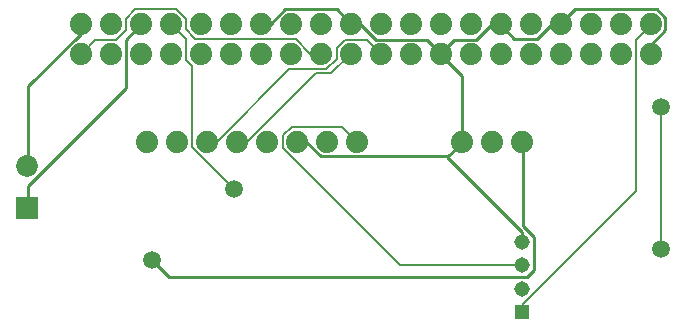
<source format=gbr>
G04 EAGLE Gerber RS-274X export*
G75*
%MOMM*%
%FSLAX34Y34*%
%LPD*%
%INBottom Copper*%
%IPPOS*%
%AMOC8*
5,1,8,0,0,1.08239X$1,22.5*%
G01*
%ADD10C,1.879600*%
%ADD11R,1.308000X1.308000*%
%ADD12C,1.308000*%
%ADD13R,1.850000X1.850000*%
%ADD14C,1.850000*%
%ADD15C,0.203200*%
%ADD16C,1.500000*%
%ADD17C,0.254000*%


D10*
X591566Y594868D03*
X616966Y594868D03*
X642366Y594868D03*
X667766Y594868D03*
X693166Y594868D03*
X718566Y594868D03*
X743966Y594868D03*
X769366Y594868D03*
X794766Y594868D03*
X820166Y594868D03*
X845566Y594868D03*
X870966Y594868D03*
X896366Y594868D03*
X896366Y620268D03*
X870966Y620268D03*
X845566Y620268D03*
X820166Y620268D03*
X794766Y620268D03*
X769366Y620268D03*
X743966Y620268D03*
X718566Y620268D03*
X693166Y620268D03*
X667766Y620268D03*
X642366Y620268D03*
X616966Y620268D03*
X591566Y620268D03*
X921766Y594868D03*
X921766Y620268D03*
X947166Y594868D03*
X947166Y620268D03*
X972566Y594868D03*
X972566Y620268D03*
X997966Y594868D03*
X997966Y620268D03*
X1023366Y594868D03*
X1023366Y620268D03*
X1048766Y594868D03*
X1048766Y620268D03*
X1074166Y594868D03*
X1074166Y620268D03*
D11*
X965200Y376400D03*
D12*
X965200Y396400D03*
X965200Y416400D03*
X965200Y436400D03*
D13*
X546100Y465100D03*
D14*
X546100Y500100D03*
D10*
X647700Y520700D03*
X673100Y520700D03*
X698500Y520700D03*
X723900Y520700D03*
X749300Y520700D03*
X774700Y520700D03*
X800100Y520700D03*
X825500Y520700D03*
X914400Y520700D03*
X939800Y520700D03*
X965200Y520700D03*
D15*
X1082802Y550291D02*
X1082802Y430276D01*
X794766Y595630D02*
X785876Y595630D01*
X773430Y608076D01*
X688086Y608076D01*
X680085Y616077D01*
X680085Y624967D01*
X672084Y632968D01*
X637413Y632968D01*
X629412Y624967D01*
X629412Y615188D01*
X621411Y607187D01*
X603631Y607187D01*
X592074Y595630D01*
X794766Y595630D02*
X794766Y594868D01*
X592074Y595630D02*
X591566Y594868D01*
X861441Y416941D02*
X964565Y416941D01*
X861441Y416941D02*
X762762Y515620D01*
X762762Y526288D01*
X769874Y533400D01*
X812546Y533400D01*
X824992Y520954D01*
X964565Y416941D02*
X965200Y416400D01*
X825500Y520700D02*
X824992Y520954D01*
D16*
X1082802Y550291D03*
X1082802Y430276D03*
D17*
X783209Y520065D02*
X775208Y520065D01*
X783209Y520065D02*
X794766Y508508D01*
X901446Y508508D02*
X902335Y508508D01*
X901446Y508508D02*
X794766Y508508D01*
X902335Y508508D02*
X913892Y520065D01*
X775208Y520065D02*
X774700Y520700D01*
X913892Y520065D02*
X914400Y520700D01*
X964565Y444500D02*
X964565Y436499D01*
X964565Y444500D02*
X901446Y507619D01*
X964565Y436499D02*
X965200Y436400D01*
X901446Y507619D02*
X901446Y508508D01*
X828548Y619633D02*
X820547Y619633D01*
X828548Y619633D02*
X840994Y607187D01*
X884555Y607187D01*
X896112Y595630D01*
X820547Y619633D02*
X820166Y620268D01*
X896112Y595630D02*
X896366Y594868D01*
X938784Y619633D02*
X946785Y619633D01*
X938784Y619633D02*
X926338Y607187D01*
X907669Y607187D01*
X897001Y596519D01*
X946785Y619633D02*
X947166Y620268D01*
X897001Y596519D02*
X896366Y594868D01*
X989457Y619633D02*
X997458Y619633D01*
X989457Y619633D02*
X977900Y608076D01*
X958342Y608076D01*
X947674Y618744D01*
X997458Y619633D02*
X997966Y620268D01*
X947674Y618744D02*
X947166Y620268D01*
X1074801Y603631D02*
X1074801Y595630D01*
X1074801Y603631D02*
X1086358Y615188D01*
X1086358Y625856D01*
X1079246Y632968D01*
X1009904Y632968D01*
X998347Y621411D01*
X1074166Y594868D02*
X1074801Y595630D01*
X998347Y621411D02*
X997966Y620268D01*
X752094Y620522D02*
X744093Y620522D01*
X752094Y620522D02*
X764540Y632968D01*
X808101Y632968D01*
X819658Y621411D01*
X744093Y620522D02*
X743966Y620268D01*
X819658Y621411D02*
X820166Y620268D01*
X546735Y483616D02*
X546735Y465836D01*
X546735Y483616D02*
X629412Y566293D01*
X629412Y607187D01*
X641858Y619633D01*
X546735Y465836D02*
X546100Y465100D01*
X641858Y619633D02*
X642366Y620268D01*
X913892Y576961D02*
X913892Y521843D01*
X913892Y576961D02*
X897001Y593852D01*
X913892Y521843D02*
X914400Y520700D01*
X897001Y593852D02*
X896366Y594868D01*
X965454Y520065D02*
X965454Y449834D01*
X975233Y440055D01*
X975233Y412496D01*
X969010Y406273D01*
X665861Y406273D01*
X651637Y420497D01*
X965200Y520700D02*
X965454Y520065D01*
X591185Y612521D02*
X591185Y619633D01*
X591185Y612521D02*
X546735Y568071D01*
X546735Y500507D01*
X591185Y619633D02*
X591566Y620268D01*
X546735Y500507D02*
X546100Y500100D01*
D16*
X651637Y420497D03*
D15*
X724535Y520954D02*
X732536Y520954D01*
X790321Y578739D01*
X803656Y578739D01*
X819658Y594741D01*
X724535Y520954D02*
X723900Y520700D01*
X819658Y594741D02*
X820166Y594868D01*
X706755Y520954D02*
X698754Y520954D01*
X706755Y520954D02*
X768096Y582295D01*
X799211Y582295D01*
X808101Y591185D01*
X808101Y600075D01*
X815213Y607187D01*
X833882Y607187D01*
X845439Y595630D01*
X698754Y520954D02*
X698500Y520700D01*
X845566Y594868D02*
X845439Y595630D01*
X720979Y480949D02*
X685419Y516509D01*
X685419Y584962D01*
X680085Y590296D01*
X680085Y608076D01*
X668528Y619633D01*
X667766Y620268D01*
D16*
X720979Y480949D03*
D15*
X965454Y383159D02*
X965454Y376936D01*
X965454Y383159D02*
X1061466Y479171D01*
X1061466Y607187D01*
X1073912Y619633D01*
X965454Y376936D02*
X965200Y376400D01*
X1073912Y619633D02*
X1074166Y620268D01*
M02*

</source>
